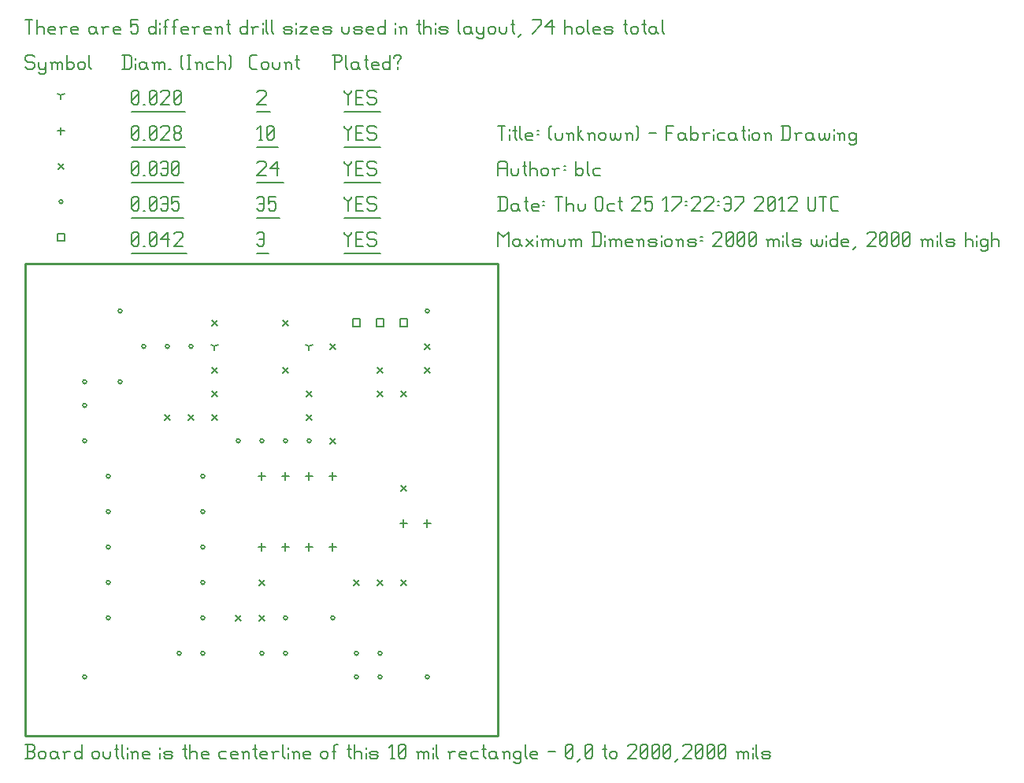
<source format=gbr>
G04 start of page 8 for group -3984 idx -3984 *
G04 Title: (unknown), fab *
G04 Creator: pcb 20100929 *
G04 CreationDate: Thu Oct 25 17:22:37 2012 UTC *
G04 For: blc *
G04 Format: Gerber/RS-274X *
G04 PCB-Dimensions: 200000 200000 *
G04 PCB-Coordinate-Origin: lower left *
%MOIN*%
%FSLAX25Y25*%
%LNFAB*%
%ADD24C,0.0100*%
%ADD30C,0.0080*%
%ADD31C,0.0060*%
G54D30*X138400Y176600D02*X141600D01*
X138400D02*Y173400D01*
X141600D01*
Y176600D02*Y173400D01*
X148400Y176600D02*X151600D01*
X148400D02*Y173400D01*
X151600D01*
Y176600D02*Y173400D01*
X158400Y176600D02*X161600D01*
X158400D02*Y173400D01*
X161600D01*
Y176600D02*Y173400D01*
X13400Y212850D02*X16600D01*
X13400D02*Y209650D01*
X16600D01*
Y212850D02*Y209650D01*
G54D31*X135000Y213500D02*Y212750D01*
X136500Y211250D01*
X138000Y212750D01*
Y213500D02*Y212750D01*
X136500Y211250D02*Y207500D01*
X139801Y210500D02*X142051D01*
X139801Y207500D02*X142801D01*
X139801Y213500D02*Y207500D01*
Y213500D02*X142801D01*
X147603D02*X148353Y212750D01*
X145353Y213500D02*X147603D01*
X144603Y212750D02*X145353Y213500D01*
X144603Y212750D02*Y211250D01*
X145353Y210500D01*
X147603D01*
X148353Y209750D01*
Y208250D01*
X147603Y207500D02*X148353Y208250D01*
X145353Y207500D02*X147603D01*
X144603Y208250D02*X145353Y207500D01*
X135000Y204249D02*X150154D01*
X98000Y212750D02*X98750Y213500D01*
X100250D01*
X101000Y212750D01*
Y208250D01*
X100250Y207500D02*X101000Y208250D01*
X98750Y207500D02*X100250D01*
X98000Y208250D02*X98750Y207500D01*
Y210500D02*X101000D01*
X98000Y204249D02*X102801D01*
X45000Y208250D02*X45750Y207500D01*
X45000Y212750D02*Y208250D01*
Y212750D02*X45750Y213500D01*
X47250D01*
X48000Y212750D01*
Y208250D01*
X47250Y207500D02*X48000Y208250D01*
X45750Y207500D02*X47250D01*
X45000Y209000D02*X48000Y212000D01*
X49801Y207500D02*X50551D01*
X52353Y208250D02*X53103Y207500D01*
X52353Y212750D02*Y208250D01*
Y212750D02*X53103Y213500D01*
X54603D01*
X55353Y212750D01*
Y208250D01*
X54603Y207500D02*X55353Y208250D01*
X53103Y207500D02*X54603D01*
X52353Y209000D02*X55353Y212000D01*
X57154Y210500D02*X60154Y213500D01*
X57154Y210500D02*X60904D01*
X60154Y213500D02*Y207500D01*
X62706Y212750D02*X63456Y213500D01*
X65706D01*
X66456Y212750D01*
Y211250D01*
X62706Y207500D02*X66456Y211250D01*
X62706Y207500D02*X66456D01*
X45000Y204249D02*X68257D01*
X74200Y110000D02*G75*G03X75800Y110000I800J0D01*G01*
G75*G03X74200Y110000I-800J0D01*G01*
Y95000D02*G75*G03X75800Y95000I800J0D01*G01*
G75*G03X74200Y95000I-800J0D01*G01*
Y80000D02*G75*G03X75800Y80000I800J0D01*G01*
G75*G03X74200Y80000I-800J0D01*G01*
Y65000D02*G75*G03X75800Y65000I800J0D01*G01*
G75*G03X74200Y65000I-800J0D01*G01*
Y50000D02*G75*G03X75800Y50000I800J0D01*G01*
G75*G03X74200Y50000I-800J0D01*G01*
X34200Y110000D02*G75*G03X35800Y110000I800J0D01*G01*
G75*G03X34200Y110000I-800J0D01*G01*
Y95000D02*G75*G03X35800Y95000I800J0D01*G01*
G75*G03X34200Y95000I-800J0D01*G01*
Y80000D02*G75*G03X35800Y80000I800J0D01*G01*
G75*G03X34200Y80000I-800J0D01*G01*
Y65000D02*G75*G03X35800Y65000I800J0D01*G01*
G75*G03X34200Y65000I-800J0D01*G01*
Y50000D02*G75*G03X35800Y50000I800J0D01*G01*
G75*G03X34200Y50000I-800J0D01*G01*
X139200Y35000D02*G75*G03X140800Y35000I800J0D01*G01*
G75*G03X139200Y35000I-800J0D01*G01*
Y25000D02*G75*G03X140800Y25000I800J0D01*G01*
G75*G03X139200Y25000I-800J0D01*G01*
X74200Y35000D02*G75*G03X75800Y35000I800J0D01*G01*
G75*G03X74200Y35000I-800J0D01*G01*
X64200D02*G75*G03X65800Y35000I800J0D01*G01*
G75*G03X64200Y35000I-800J0D01*G01*
X119200Y125000D02*G75*G03X120800Y125000I800J0D01*G01*
G75*G03X119200Y125000I-800J0D01*G01*
X109200D02*G75*G03X110800Y125000I800J0D01*G01*
G75*G03X109200Y125000I-800J0D01*G01*
X89200D02*G75*G03X90800Y125000I800J0D01*G01*
G75*G03X89200Y125000I-800J0D01*G01*
X99200D02*G75*G03X100800Y125000I800J0D01*G01*
G75*G03X99200Y125000I-800J0D01*G01*
X149200Y25000D02*G75*G03X150800Y25000I800J0D01*G01*
G75*G03X149200Y25000I-800J0D01*G01*
Y35000D02*G75*G03X150800Y35000I800J0D01*G01*
G75*G03X149200Y35000I-800J0D01*G01*
X109200D02*G75*G03X110800Y35000I800J0D01*G01*
G75*G03X109200Y35000I-800J0D01*G01*
X99200D02*G75*G03X100800Y35000I800J0D01*G01*
G75*G03X99200Y35000I-800J0D01*G01*
X59200Y165000D02*G75*G03X60800Y165000I800J0D01*G01*
G75*G03X59200Y165000I-800J0D01*G01*
X69200D02*G75*G03X70800Y165000I800J0D01*G01*
G75*G03X69200Y165000I-800J0D01*G01*
X109200Y50000D02*G75*G03X110800Y50000I800J0D01*G01*
G75*G03X109200Y50000I-800J0D01*G01*
X129200D02*G75*G03X130800Y50000I800J0D01*G01*
G75*G03X129200Y50000I-800J0D01*G01*
X39200Y150000D02*G75*G03X40800Y150000I800J0D01*G01*
G75*G03X39200Y150000I-800J0D01*G01*
Y180000D02*G75*G03X40800Y180000I800J0D01*G01*
G75*G03X39200Y180000I-800J0D01*G01*
X49200Y165000D02*G75*G03X50800Y165000I800J0D01*G01*
G75*G03X49200Y165000I-800J0D01*G01*
X24200Y25000D02*G75*G03X25800Y25000I800J0D01*G01*
G75*G03X24200Y25000I-800J0D01*G01*
Y140000D02*G75*G03X25800Y140000I800J0D01*G01*
G75*G03X24200Y140000I-800J0D01*G01*
X169200Y180000D02*G75*G03X170800Y180000I800J0D01*G01*
G75*G03X169200Y180000I-800J0D01*G01*
X24200Y125000D02*G75*G03X25800Y125000I800J0D01*G01*
G75*G03X24200Y125000I-800J0D01*G01*
Y150000D02*G75*G03X25800Y150000I800J0D01*G01*
G75*G03X24200Y150000I-800J0D01*G01*
X169200Y25000D02*G75*G03X170800Y25000I800J0D01*G01*
G75*G03X169200Y25000I-800J0D01*G01*
X14200Y226250D02*G75*G03X15800Y226250I800J0D01*G01*
G75*G03X14200Y226250I-800J0D01*G01*
X135000Y228500D02*Y227750D01*
X136500Y226250D01*
X138000Y227750D01*
Y228500D02*Y227750D01*
X136500Y226250D02*Y222500D01*
X139801Y225500D02*X142051D01*
X139801Y222500D02*X142801D01*
X139801Y228500D02*Y222500D01*
Y228500D02*X142801D01*
X147603D02*X148353Y227750D01*
X145353Y228500D02*X147603D01*
X144603Y227750D02*X145353Y228500D01*
X144603Y227750D02*Y226250D01*
X145353Y225500D01*
X147603D01*
X148353Y224750D01*
Y223250D01*
X147603Y222500D02*X148353Y223250D01*
X145353Y222500D02*X147603D01*
X144603Y223250D02*X145353Y222500D01*
X135000Y219249D02*X150154D01*
X98000Y227750D02*X98750Y228500D01*
X100250D01*
X101000Y227750D01*
Y223250D01*
X100250Y222500D02*X101000Y223250D01*
X98750Y222500D02*X100250D01*
X98000Y223250D02*X98750Y222500D01*
Y225500D02*X101000D01*
X102801Y228500D02*X105801D01*
X102801D02*Y225500D01*
X103551Y226250D01*
X105051D01*
X105801Y225500D01*
Y223250D01*
X105051Y222500D02*X105801Y223250D01*
X103551Y222500D02*X105051D01*
X102801Y223250D02*X103551Y222500D01*
X98000Y219249D02*X107603D01*
X45000Y223250D02*X45750Y222500D01*
X45000Y227750D02*Y223250D01*
Y227750D02*X45750Y228500D01*
X47250D01*
X48000Y227750D01*
Y223250D01*
X47250Y222500D02*X48000Y223250D01*
X45750Y222500D02*X47250D01*
X45000Y224000D02*X48000Y227000D01*
X49801Y222500D02*X50551D01*
X52353Y223250D02*X53103Y222500D01*
X52353Y227750D02*Y223250D01*
Y227750D02*X53103Y228500D01*
X54603D01*
X55353Y227750D01*
Y223250D01*
X54603Y222500D02*X55353Y223250D01*
X53103Y222500D02*X54603D01*
X52353Y224000D02*X55353Y227000D01*
X57154Y227750D02*X57904Y228500D01*
X59404D01*
X60154Y227750D01*
Y223250D01*
X59404Y222500D02*X60154Y223250D01*
X57904Y222500D02*X59404D01*
X57154Y223250D02*X57904Y222500D01*
Y225500D02*X60154D01*
X61956Y228500D02*X64956D01*
X61956D02*Y225500D01*
X62706Y226250D01*
X64206D01*
X64956Y225500D01*
Y223250D01*
X64206Y222500D02*X64956Y223250D01*
X62706Y222500D02*X64206D01*
X61956Y223250D02*X62706Y222500D01*
X45000Y219249D02*X66757D01*
X88800Y51200D02*X91200Y48800D01*
X88800D02*X91200Y51200D01*
X98800D02*X101200Y48800D01*
X98800D02*X101200Y51200D01*
X158800Y66200D02*X161200Y63800D01*
X158800D02*X161200Y66200D01*
X148800D02*X151200Y63800D01*
X148800D02*X151200Y66200D01*
X168800Y156200D02*X171200Y153800D01*
X168800D02*X171200Y156200D01*
X168800Y166200D02*X171200Y163800D01*
X168800D02*X171200Y166200D01*
X78800Y176200D02*X81200Y173800D01*
X78800D02*X81200Y176200D01*
X108800D02*X111200Y173800D01*
X108800D02*X111200Y176200D01*
X78800Y156200D02*X81200Y153800D01*
X78800D02*X81200Y156200D01*
X108800D02*X111200Y153800D01*
X108800D02*X111200Y156200D01*
X58800Y136200D02*X61200Y133800D01*
X58800D02*X61200Y136200D01*
X68800D02*X71200Y133800D01*
X68800D02*X71200Y136200D01*
X128800Y166200D02*X131200Y163800D01*
X128800D02*X131200Y166200D01*
X128800Y126200D02*X131200Y123800D01*
X128800D02*X131200Y126200D01*
X148800Y156200D02*X151200Y153800D01*
X148800D02*X151200Y156200D01*
X148800Y146200D02*X151200Y143800D01*
X148800D02*X151200Y146200D01*
X98800Y66200D02*X101200Y63800D01*
X98800D02*X101200Y66200D01*
X138800D02*X141200Y63800D01*
X138800D02*X141200Y66200D01*
X158800Y146200D02*X161200Y143800D01*
X158800D02*X161200Y146200D01*
X158800Y106200D02*X161200Y103800D01*
X158800D02*X161200Y106200D01*
X118800Y146200D02*X121200Y143800D01*
X118800D02*X121200Y146200D01*
X78800D02*X81200Y143800D01*
X78800D02*X81200Y146200D01*
X118800Y136200D02*X121200Y133800D01*
X118800D02*X121200Y136200D01*
X78800D02*X81200Y133800D01*
X78800D02*X81200Y136200D01*
X13800Y242450D02*X16200Y240050D01*
X13800D02*X16200Y242450D01*
X135000Y243500D02*Y242750D01*
X136500Y241250D01*
X138000Y242750D01*
Y243500D02*Y242750D01*
X136500Y241250D02*Y237500D01*
X139801Y240500D02*X142051D01*
X139801Y237500D02*X142801D01*
X139801Y243500D02*Y237500D01*
Y243500D02*X142801D01*
X147603D02*X148353Y242750D01*
X145353Y243500D02*X147603D01*
X144603Y242750D02*X145353Y243500D01*
X144603Y242750D02*Y241250D01*
X145353Y240500D01*
X147603D01*
X148353Y239750D01*
Y238250D01*
X147603Y237500D02*X148353Y238250D01*
X145353Y237500D02*X147603D01*
X144603Y238250D02*X145353Y237500D01*
X135000Y234249D02*X150154D01*
X98000Y242750D02*X98750Y243500D01*
X101000D01*
X101750Y242750D01*
Y241250D01*
X98000Y237500D02*X101750Y241250D01*
X98000Y237500D02*X101750D01*
X103551Y240500D02*X106551Y243500D01*
X103551Y240500D02*X107301D01*
X106551Y243500D02*Y237500D01*
X98000Y234249D02*X109103D01*
X45000Y238250D02*X45750Y237500D01*
X45000Y242750D02*Y238250D01*
Y242750D02*X45750Y243500D01*
X47250D01*
X48000Y242750D01*
Y238250D01*
X47250Y237500D02*X48000Y238250D01*
X45750Y237500D02*X47250D01*
X45000Y239000D02*X48000Y242000D01*
X49801Y237500D02*X50551D01*
X52353Y238250D02*X53103Y237500D01*
X52353Y242750D02*Y238250D01*
Y242750D02*X53103Y243500D01*
X54603D01*
X55353Y242750D01*
Y238250D01*
X54603Y237500D02*X55353Y238250D01*
X53103Y237500D02*X54603D01*
X52353Y239000D02*X55353Y242000D01*
X57154Y242750D02*X57904Y243500D01*
X59404D01*
X60154Y242750D01*
Y238250D01*
X59404Y237500D02*X60154Y238250D01*
X57904Y237500D02*X59404D01*
X57154Y238250D02*X57904Y237500D01*
Y240500D02*X60154D01*
X61956Y238250D02*X62706Y237500D01*
X61956Y242750D02*Y238250D01*
Y242750D02*X62706Y243500D01*
X64206D01*
X64956Y242750D01*
Y238250D01*
X64206Y237500D02*X64956Y238250D01*
X62706Y237500D02*X64206D01*
X61956Y239000D02*X64956Y242000D01*
X45000Y234249D02*X66757D01*
X160000Y91600D02*Y88400D01*
X158400Y90000D02*X161600D01*
X170000Y91600D02*Y88400D01*
X168400Y90000D02*X171600D01*
X100000Y81600D02*Y78400D01*
X98400Y80000D02*X101600D01*
X110000Y81600D02*Y78400D01*
X108400Y80000D02*X111600D01*
X120000Y81600D02*Y78400D01*
X118400Y80000D02*X121600D01*
X130000Y81600D02*Y78400D01*
X128400Y80000D02*X131600D01*
X130000Y111600D02*Y108400D01*
X128400Y110000D02*X131600D01*
X120000Y111600D02*Y108400D01*
X118400Y110000D02*X121600D01*
X110000Y111600D02*Y108400D01*
X108400Y110000D02*X111600D01*
X100000Y111600D02*Y108400D01*
X98400Y110000D02*X101600D01*
X15000Y257850D02*Y254650D01*
X13400Y256250D02*X16600D01*
X135000Y258500D02*Y257750D01*
X136500Y256250D01*
X138000Y257750D01*
Y258500D02*Y257750D01*
X136500Y256250D02*Y252500D01*
X139801Y255500D02*X142051D01*
X139801Y252500D02*X142801D01*
X139801Y258500D02*Y252500D01*
Y258500D02*X142801D01*
X147603D02*X148353Y257750D01*
X145353Y258500D02*X147603D01*
X144603Y257750D02*X145353Y258500D01*
X144603Y257750D02*Y256250D01*
X145353Y255500D01*
X147603D01*
X148353Y254750D01*
Y253250D01*
X147603Y252500D02*X148353Y253250D01*
X145353Y252500D02*X147603D01*
X144603Y253250D02*X145353Y252500D01*
X135000Y249249D02*X150154D01*
X98750Y252500D02*X100250D01*
X99500Y258500D02*Y252500D01*
X98000Y257000D02*X99500Y258500D01*
X102051Y253250D02*X102801Y252500D01*
X102051Y257750D02*Y253250D01*
Y257750D02*X102801Y258500D01*
X104301D01*
X105051Y257750D01*
Y253250D01*
X104301Y252500D02*X105051Y253250D01*
X102801Y252500D02*X104301D01*
X102051Y254000D02*X105051Y257000D01*
X98000Y249249D02*X106853D01*
X45000Y253250D02*X45750Y252500D01*
X45000Y257750D02*Y253250D01*
Y257750D02*X45750Y258500D01*
X47250D01*
X48000Y257750D01*
Y253250D01*
X47250Y252500D02*X48000Y253250D01*
X45750Y252500D02*X47250D01*
X45000Y254000D02*X48000Y257000D01*
X49801Y252500D02*X50551D01*
X52353Y253250D02*X53103Y252500D01*
X52353Y257750D02*Y253250D01*
Y257750D02*X53103Y258500D01*
X54603D01*
X55353Y257750D01*
Y253250D01*
X54603Y252500D02*X55353Y253250D01*
X53103Y252500D02*X54603D01*
X52353Y254000D02*X55353Y257000D01*
X57154Y257750D02*X57904Y258500D01*
X60154D01*
X60904Y257750D01*
Y256250D01*
X57154Y252500D02*X60904Y256250D01*
X57154Y252500D02*X60904D01*
X62706Y253250D02*X63456Y252500D01*
X62706Y254750D02*Y253250D01*
Y254750D02*X63456Y255500D01*
X64956D01*
X65706Y254750D01*
Y253250D01*
X64956Y252500D02*X65706Y253250D01*
X63456Y252500D02*X64956D01*
X62706Y256250D02*X63456Y255500D01*
X62706Y257750D02*Y256250D01*
Y257750D02*X63456Y258500D01*
X64956D01*
X65706Y257750D01*
Y256250D01*
X64956Y255500D02*X65706Y256250D01*
X45000Y249249D02*X67507D01*
X80000Y165000D02*Y163400D01*
Y165000D02*X81386Y165800D01*
X80000Y165000D02*X78614Y165800D01*
X120000Y165000D02*Y163400D01*
Y165000D02*X121386Y165800D01*
X120000Y165000D02*X118614Y165800D01*
X15000Y271250D02*Y269650D01*
Y271250D02*X16386Y272050D01*
X15000Y271250D02*X13614Y272050D01*
X135000Y273500D02*Y272750D01*
X136500Y271250D01*
X138000Y272750D01*
Y273500D02*Y272750D01*
X136500Y271250D02*Y267500D01*
X139801Y270500D02*X142051D01*
X139801Y267500D02*X142801D01*
X139801Y273500D02*Y267500D01*
Y273500D02*X142801D01*
X147603D02*X148353Y272750D01*
X145353Y273500D02*X147603D01*
X144603Y272750D02*X145353Y273500D01*
X144603Y272750D02*Y271250D01*
X145353Y270500D01*
X147603D01*
X148353Y269750D01*
Y268250D01*
X147603Y267500D02*X148353Y268250D01*
X145353Y267500D02*X147603D01*
X144603Y268250D02*X145353Y267500D01*
X135000Y264249D02*X150154D01*
X98000Y272750D02*X98750Y273500D01*
X101000D01*
X101750Y272750D01*
Y271250D01*
X98000Y267500D02*X101750Y271250D01*
X98000Y267500D02*X101750D01*
X98000Y264249D02*X103551D01*
X45000Y268250D02*X45750Y267500D01*
X45000Y272750D02*Y268250D01*
Y272750D02*X45750Y273500D01*
X47250D01*
X48000Y272750D01*
Y268250D01*
X47250Y267500D02*X48000Y268250D01*
X45750Y267500D02*X47250D01*
X45000Y269000D02*X48000Y272000D01*
X49801Y267500D02*X50551D01*
X52353Y268250D02*X53103Y267500D01*
X52353Y272750D02*Y268250D01*
Y272750D02*X53103Y273500D01*
X54603D01*
X55353Y272750D01*
Y268250D01*
X54603Y267500D02*X55353Y268250D01*
X53103Y267500D02*X54603D01*
X52353Y269000D02*X55353Y272000D01*
X57154Y272750D02*X57904Y273500D01*
X60154D01*
X60904Y272750D01*
Y271250D01*
X57154Y267500D02*X60904Y271250D01*
X57154Y267500D02*X60904D01*
X62706Y268250D02*X63456Y267500D01*
X62706Y272750D02*Y268250D01*
Y272750D02*X63456Y273500D01*
X64956D01*
X65706Y272750D01*
Y268250D01*
X64956Y267500D02*X65706Y268250D01*
X63456Y267500D02*X64956D01*
X62706Y269000D02*X65706Y272000D01*
X45000Y264249D02*X67507D01*
X3000Y288500D02*X3750Y287750D01*
X750Y288500D02*X3000D01*
X0Y287750D02*X750Y288500D01*
X0Y287750D02*Y286250D01*
X750Y285500D01*
X3000D01*
X3750Y284750D01*
Y283250D01*
X3000Y282500D02*X3750Y283250D01*
X750Y282500D02*X3000D01*
X0Y283250D02*X750Y282500D01*
X5551Y285500D02*Y283250D01*
X6301Y282500D01*
X8551Y285500D02*Y281000D01*
X7801Y280250D02*X8551Y281000D01*
X6301Y280250D02*X7801D01*
X5551Y281000D02*X6301Y280250D01*
Y282500D02*X7801D01*
X8551Y283250D01*
X11103Y284750D02*Y282500D01*
Y284750D02*X11853Y285500D01*
X12603D01*
X13353Y284750D01*
Y282500D01*
Y284750D02*X14103Y285500D01*
X14853D01*
X15603Y284750D01*
Y282500D01*
X10353Y285500D02*X11103Y284750D01*
X17404Y288500D02*Y282500D01*
Y283250D02*X18154Y282500D01*
X19654D01*
X20404Y283250D01*
Y284750D02*Y283250D01*
X19654Y285500D02*X20404Y284750D01*
X18154Y285500D02*X19654D01*
X17404Y284750D02*X18154Y285500D01*
X22206Y284750D02*Y283250D01*
Y284750D02*X22956Y285500D01*
X24456D01*
X25206Y284750D01*
Y283250D01*
X24456Y282500D02*X25206Y283250D01*
X22956Y282500D02*X24456D01*
X22206Y283250D02*X22956Y282500D01*
X27007Y288500D02*Y283250D01*
X27757Y282500D01*
X41750Y288500D02*Y282500D01*
X44000Y288500D02*X44750Y287750D01*
Y283250D01*
X44000Y282500D02*X44750Y283250D01*
X41000Y282500D02*X44000D01*
X41000Y288500D02*X44000D01*
X46551Y287000D02*Y286250D01*
Y284750D02*Y282500D01*
X50303Y285500D02*X51053Y284750D01*
X48803Y285500D02*X50303D01*
X48053Y284750D02*X48803Y285500D01*
X48053Y284750D02*Y283250D01*
X48803Y282500D01*
X51053Y285500D02*Y283250D01*
X51803Y282500D01*
X48803D02*X50303D01*
X51053Y283250D01*
X54354Y284750D02*Y282500D01*
Y284750D02*X55104Y285500D01*
X55854D01*
X56604Y284750D01*
Y282500D01*
Y284750D02*X57354Y285500D01*
X58104D01*
X58854Y284750D01*
Y282500D01*
X53604Y285500D02*X54354Y284750D01*
X60656Y282500D02*X61406D01*
X65907Y283250D02*X66657Y282500D01*
X65907Y287750D02*X66657Y288500D01*
X65907Y287750D02*Y283250D01*
X68459Y288500D02*X69959D01*
X69209D02*Y282500D01*
X68459D02*X69959D01*
X72510Y284750D02*Y282500D01*
Y284750D02*X73260Y285500D01*
X74010D01*
X74760Y284750D01*
Y282500D01*
X71760Y285500D02*X72510Y284750D01*
X77312Y285500D02*X79562D01*
X76562Y284750D02*X77312Y285500D01*
X76562Y284750D02*Y283250D01*
X77312Y282500D01*
X79562D01*
X81363Y288500D02*Y282500D01*
Y284750D02*X82113Y285500D01*
X83613D01*
X84363Y284750D01*
Y282500D01*
X86165Y288500D02*X86915Y287750D01*
Y283250D01*
X86165Y282500D02*X86915Y283250D01*
X95750Y282500D02*X98000D01*
X95000Y283250D02*X95750Y282500D01*
X95000Y287750D02*Y283250D01*
Y287750D02*X95750Y288500D01*
X98000D01*
X99801Y284750D02*Y283250D01*
Y284750D02*X100551Y285500D01*
X102051D01*
X102801Y284750D01*
Y283250D01*
X102051Y282500D02*X102801Y283250D01*
X100551Y282500D02*X102051D01*
X99801Y283250D02*X100551Y282500D01*
X104603Y285500D02*Y283250D01*
X105353Y282500D01*
X106853D01*
X107603Y283250D01*
Y285500D02*Y283250D01*
X110154Y284750D02*Y282500D01*
Y284750D02*X110904Y285500D01*
X111654D01*
X112404Y284750D01*
Y282500D01*
X109404Y285500D02*X110154Y284750D01*
X114956Y288500D02*Y283250D01*
X115706Y282500D01*
X114206Y286250D02*X115706D01*
X130750Y288500D02*Y282500D01*
X130000Y288500D02*X133000D01*
X133750Y287750D01*
Y286250D01*
X133000Y285500D02*X133750Y286250D01*
X130750Y285500D02*X133000D01*
X135551Y288500D02*Y283250D01*
X136301Y282500D01*
X140053Y285500D02*X140803Y284750D01*
X138553Y285500D02*X140053D01*
X137803Y284750D02*X138553Y285500D01*
X137803Y284750D02*Y283250D01*
X138553Y282500D01*
X140803Y285500D02*Y283250D01*
X141553Y282500D01*
X138553D02*X140053D01*
X140803Y283250D01*
X144104Y288500D02*Y283250D01*
X144854Y282500D01*
X143354Y286250D02*X144854D01*
X147106Y282500D02*X149356D01*
X146356Y283250D02*X147106Y282500D01*
X146356Y284750D02*Y283250D01*
Y284750D02*X147106Y285500D01*
X148606D01*
X149356Y284750D01*
X146356Y284000D02*X149356D01*
Y284750D02*Y284000D01*
X154157Y288500D02*Y282500D01*
X153407D02*X154157Y283250D01*
X151907Y282500D02*X153407D01*
X151157Y283250D02*X151907Y282500D01*
X151157Y284750D02*Y283250D01*
Y284750D02*X151907Y285500D01*
X153407D01*
X154157Y284750D01*
X157459Y285500D02*Y284750D01*
Y283250D02*Y282500D01*
X155959Y287750D02*Y287000D01*
Y287750D02*X156709Y288500D01*
X158209D01*
X158959Y287750D01*
Y287000D01*
X157459Y285500D02*X158959Y287000D01*
X0Y303500D02*X3000D01*
X1500D02*Y297500D01*
X4801Y303500D02*Y297500D01*
Y299750D02*X5551Y300500D01*
X7051D01*
X7801Y299750D01*
Y297500D01*
X10353D02*X12603D01*
X9603Y298250D02*X10353Y297500D01*
X9603Y299750D02*Y298250D01*
Y299750D02*X10353Y300500D01*
X11853D01*
X12603Y299750D01*
X9603Y299000D02*X12603D01*
Y299750D02*Y299000D01*
X15154Y299750D02*Y297500D01*
Y299750D02*X15904Y300500D01*
X17404D01*
X14404D02*X15154Y299750D01*
X19956Y297500D02*X22206D01*
X19206Y298250D02*X19956Y297500D01*
X19206Y299750D02*Y298250D01*
Y299750D02*X19956Y300500D01*
X21456D01*
X22206Y299750D01*
X19206Y299000D02*X22206D01*
Y299750D02*Y299000D01*
X28957Y300500D02*X29707Y299750D01*
X27457Y300500D02*X28957D01*
X26707Y299750D02*X27457Y300500D01*
X26707Y299750D02*Y298250D01*
X27457Y297500D01*
X29707Y300500D02*Y298250D01*
X30457Y297500D01*
X27457D02*X28957D01*
X29707Y298250D01*
X33009Y299750D02*Y297500D01*
Y299750D02*X33759Y300500D01*
X35259D01*
X32259D02*X33009Y299750D01*
X37810Y297500D02*X40060D01*
X37060Y298250D02*X37810Y297500D01*
X37060Y299750D02*Y298250D01*
Y299750D02*X37810Y300500D01*
X39310D01*
X40060Y299750D01*
X37060Y299000D02*X40060D01*
Y299750D02*Y299000D01*
X44562Y303500D02*X47562D01*
X44562D02*Y300500D01*
X45312Y301250D01*
X46812D01*
X47562Y300500D01*
Y298250D01*
X46812Y297500D02*X47562Y298250D01*
X45312Y297500D02*X46812D01*
X44562Y298250D02*X45312Y297500D01*
X55063Y303500D02*Y297500D01*
X54313D02*X55063Y298250D01*
X52813Y297500D02*X54313D01*
X52063Y298250D02*X52813Y297500D01*
X52063Y299750D02*Y298250D01*
Y299750D02*X52813Y300500D01*
X54313D01*
X55063Y299750D01*
X56865Y302000D02*Y301250D01*
Y299750D02*Y297500D01*
X59116Y302750D02*Y297500D01*
Y302750D02*X59866Y303500D01*
X60616D01*
X58366Y300500D02*X59866D01*
X62868Y302750D02*Y297500D01*
Y302750D02*X63618Y303500D01*
X64368D01*
X62118Y300500D02*X63618D01*
X66619Y297500D02*X68869D01*
X65869Y298250D02*X66619Y297500D01*
X65869Y299750D02*Y298250D01*
Y299750D02*X66619Y300500D01*
X68119D01*
X68869Y299750D01*
X65869Y299000D02*X68869D01*
Y299750D02*Y299000D01*
X71421Y299750D02*Y297500D01*
Y299750D02*X72171Y300500D01*
X73671D01*
X70671D02*X71421Y299750D01*
X76222Y297500D02*X78472D01*
X75472Y298250D02*X76222Y297500D01*
X75472Y299750D02*Y298250D01*
Y299750D02*X76222Y300500D01*
X77722D01*
X78472Y299750D01*
X75472Y299000D02*X78472D01*
Y299750D02*Y299000D01*
X81024Y299750D02*Y297500D01*
Y299750D02*X81774Y300500D01*
X82524D01*
X83274Y299750D01*
Y297500D01*
X80274Y300500D02*X81024Y299750D01*
X85825Y303500D02*Y298250D01*
X86575Y297500D01*
X85075Y301250D02*X86575D01*
X93777Y303500D02*Y297500D01*
X93027D02*X93777Y298250D01*
X91527Y297500D02*X93027D01*
X90777Y298250D02*X91527Y297500D01*
X90777Y299750D02*Y298250D01*
Y299750D02*X91527Y300500D01*
X93027D01*
X93777Y299750D01*
X96328D02*Y297500D01*
Y299750D02*X97078Y300500D01*
X98578D01*
X95578D02*X96328Y299750D01*
X100380Y302000D02*Y301250D01*
Y299750D02*Y297500D01*
X101881Y303500D02*Y298250D01*
X102631Y297500D01*
X104133Y303500D02*Y298250D01*
X104883Y297500D01*
X109834D02*X112084D01*
X112834Y298250D01*
X112084Y299000D02*X112834Y298250D01*
X109834Y299000D02*X112084D01*
X109084Y299750D02*X109834Y299000D01*
X109084Y299750D02*X109834Y300500D01*
X112084D01*
X112834Y299750D01*
X109084Y298250D02*X109834Y297500D01*
X114636Y302000D02*Y301250D01*
Y299750D02*Y297500D01*
X116137Y300500D02*X119137D01*
X116137Y297500D02*X119137Y300500D01*
X116137Y297500D02*X119137D01*
X121689D02*X123939D01*
X120939Y298250D02*X121689Y297500D01*
X120939Y299750D02*Y298250D01*
Y299750D02*X121689Y300500D01*
X123189D01*
X123939Y299750D01*
X120939Y299000D02*X123939D01*
Y299750D02*Y299000D01*
X126490Y297500D02*X128740D01*
X129490Y298250D01*
X128740Y299000D02*X129490Y298250D01*
X126490Y299000D02*X128740D01*
X125740Y299750D02*X126490Y299000D01*
X125740Y299750D02*X126490Y300500D01*
X128740D01*
X129490Y299750D01*
X125740Y298250D02*X126490Y297500D01*
X133992Y300500D02*Y298250D01*
X134742Y297500D01*
X136242D01*
X136992Y298250D01*
Y300500D02*Y298250D01*
X139543Y297500D02*X141793D01*
X142543Y298250D01*
X141793Y299000D02*X142543Y298250D01*
X139543Y299000D02*X141793D01*
X138793Y299750D02*X139543Y299000D01*
X138793Y299750D02*X139543Y300500D01*
X141793D01*
X142543Y299750D01*
X138793Y298250D02*X139543Y297500D01*
X145095D02*X147345D01*
X144345Y298250D02*X145095Y297500D01*
X144345Y299750D02*Y298250D01*
Y299750D02*X145095Y300500D01*
X146595D01*
X147345Y299750D01*
X144345Y299000D02*X147345D01*
Y299750D02*Y299000D01*
X152146Y303500D02*Y297500D01*
X151396D02*X152146Y298250D01*
X149896Y297500D02*X151396D01*
X149146Y298250D02*X149896Y297500D01*
X149146Y299750D02*Y298250D01*
Y299750D02*X149896Y300500D01*
X151396D01*
X152146Y299750D01*
X156648Y302000D02*Y301250D01*
Y299750D02*Y297500D01*
X158899Y299750D02*Y297500D01*
Y299750D02*X159649Y300500D01*
X160399D01*
X161149Y299750D01*
Y297500D01*
X158149Y300500D02*X158899Y299750D01*
X166401Y303500D02*Y298250D01*
X167151Y297500D01*
X165651Y301250D02*X167151D01*
X168652Y303500D02*Y297500D01*
Y299750D02*X169402Y300500D01*
X170902D01*
X171652Y299750D01*
Y297500D01*
X173454Y302000D02*Y301250D01*
Y299750D02*Y297500D01*
X175705D02*X177955D01*
X178705Y298250D01*
X177955Y299000D02*X178705Y298250D01*
X175705Y299000D02*X177955D01*
X174955Y299750D02*X175705Y299000D01*
X174955Y299750D02*X175705Y300500D01*
X177955D01*
X178705Y299750D01*
X174955Y298250D02*X175705Y297500D01*
X183207Y303500D02*Y298250D01*
X183957Y297500D01*
X187708Y300500D02*X188458Y299750D01*
X186208Y300500D02*X187708D01*
X185458Y299750D02*X186208Y300500D01*
X185458Y299750D02*Y298250D01*
X186208Y297500D01*
X188458Y300500D02*Y298250D01*
X189208Y297500D01*
X186208D02*X187708D01*
X188458Y298250D01*
X191010Y300500D02*Y298250D01*
X191760Y297500D01*
X194010Y300500D02*Y296000D01*
X193260Y295250D02*X194010Y296000D01*
X191760Y295250D02*X193260D01*
X191010Y296000D02*X191760Y295250D01*
Y297500D02*X193260D01*
X194010Y298250D01*
X195811Y299750D02*Y298250D01*
Y299750D02*X196561Y300500D01*
X198061D01*
X198811Y299750D01*
Y298250D01*
X198061Y297500D02*X198811Y298250D01*
X196561Y297500D02*X198061D01*
X195811Y298250D02*X196561Y297500D01*
X200613Y300500D02*Y298250D01*
X201363Y297500D01*
X202863D01*
X203613Y298250D01*
Y300500D02*Y298250D01*
X206164Y303500D02*Y298250D01*
X206914Y297500D01*
X205414Y301250D02*X206914D01*
X208416Y296000D02*X209916Y297500D01*
X214417D02*X218167Y301250D01*
Y303500D02*Y301250D01*
X214417Y303500D02*X218167D01*
X219969Y300500D02*X222969Y303500D01*
X219969Y300500D02*X223719D01*
X222969Y303500D02*Y297500D01*
X228220Y303500D02*Y297500D01*
Y299750D02*X228970Y300500D01*
X230470D01*
X231220Y299750D01*
Y297500D01*
X233022Y299750D02*Y298250D01*
Y299750D02*X233772Y300500D01*
X235272D01*
X236022Y299750D01*
Y298250D01*
X235272Y297500D02*X236022Y298250D01*
X233772Y297500D02*X235272D01*
X233022Y298250D02*X233772Y297500D01*
X237823Y303500D02*Y298250D01*
X238573Y297500D01*
X240825D02*X243075D01*
X240075Y298250D02*X240825Y297500D01*
X240075Y299750D02*Y298250D01*
Y299750D02*X240825Y300500D01*
X242325D01*
X243075Y299750D01*
X240075Y299000D02*X243075D01*
Y299750D02*Y299000D01*
X245626Y297500D02*X247876D01*
X248626Y298250D01*
X247876Y299000D02*X248626Y298250D01*
X245626Y299000D02*X247876D01*
X244876Y299750D02*X245626Y299000D01*
X244876Y299750D02*X245626Y300500D01*
X247876D01*
X248626Y299750D01*
X244876Y298250D02*X245626Y297500D01*
X253878Y303500D02*Y298250D01*
X254628Y297500D01*
X253128Y301250D02*X254628D01*
X256129Y299750D02*Y298250D01*
Y299750D02*X256879Y300500D01*
X258379D01*
X259129Y299750D01*
Y298250D01*
X258379Y297500D02*X259129Y298250D01*
X256879Y297500D02*X258379D01*
X256129Y298250D02*X256879Y297500D01*
X261681Y303500D02*Y298250D01*
X262431Y297500D01*
X260931Y301250D02*X262431D01*
X266182Y300500D02*X266932Y299750D01*
X264682Y300500D02*X266182D01*
X263932Y299750D02*X264682Y300500D01*
X263932Y299750D02*Y298250D01*
X264682Y297500D01*
X266932Y300500D02*Y298250D01*
X267682Y297500D01*
X264682D02*X266182D01*
X266932Y298250D01*
X269484Y303500D02*Y298250D01*
X270234Y297500D01*
G54D24*X0Y200000D02*X200000D01*
X0D02*Y0D01*
X200000Y200000D02*Y0D01*
X0D02*X200000D01*
G54D31*Y213500D02*Y207500D01*
Y213500D02*X202250Y211250D01*
X204500Y213500D01*
Y207500D01*
X208551Y210500D02*X209301Y209750D01*
X207051Y210500D02*X208551D01*
X206301Y209750D02*X207051Y210500D01*
X206301Y209750D02*Y208250D01*
X207051Y207500D01*
X209301Y210500D02*Y208250D01*
X210051Y207500D01*
X207051D02*X208551D01*
X209301Y208250D01*
X211853Y210500D02*X214853Y207500D01*
X211853D02*X214853Y210500D01*
X216654Y212000D02*Y211250D01*
Y209750D02*Y207500D01*
X218906Y209750D02*Y207500D01*
Y209750D02*X219656Y210500D01*
X220406D01*
X221156Y209750D01*
Y207500D01*
Y209750D02*X221906Y210500D01*
X222656D01*
X223406Y209750D01*
Y207500D01*
X218156Y210500D02*X218906Y209750D01*
X225207Y210500D02*Y208250D01*
X225957Y207500D01*
X227457D01*
X228207Y208250D01*
Y210500D02*Y208250D01*
X230759Y209750D02*Y207500D01*
Y209750D02*X231509Y210500D01*
X232259D01*
X233009Y209750D01*
Y207500D01*
Y209750D02*X233759Y210500D01*
X234509D01*
X235259Y209750D01*
Y207500D01*
X230009Y210500D02*X230759Y209750D01*
X240510Y213500D02*Y207500D01*
X242760Y213500D02*X243510Y212750D01*
Y208250D01*
X242760Y207500D02*X243510Y208250D01*
X239760Y207500D02*X242760D01*
X239760Y213500D02*X242760D01*
X245312Y212000D02*Y211250D01*
Y209750D02*Y207500D01*
X247563Y209750D02*Y207500D01*
Y209750D02*X248313Y210500D01*
X249063D01*
X249813Y209750D01*
Y207500D01*
Y209750D02*X250563Y210500D01*
X251313D01*
X252063Y209750D01*
Y207500D01*
X246813Y210500D02*X247563Y209750D01*
X254615Y207500D02*X256865D01*
X253865Y208250D02*X254615Y207500D01*
X253865Y209750D02*Y208250D01*
Y209750D02*X254615Y210500D01*
X256115D01*
X256865Y209750D01*
X253865Y209000D02*X256865D01*
Y209750D02*Y209000D01*
X259416Y209750D02*Y207500D01*
Y209750D02*X260166Y210500D01*
X260916D01*
X261666Y209750D01*
Y207500D01*
X258666Y210500D02*X259416Y209750D01*
X264218Y207500D02*X266468D01*
X267218Y208250D01*
X266468Y209000D02*X267218Y208250D01*
X264218Y209000D02*X266468D01*
X263468Y209750D02*X264218Y209000D01*
X263468Y209750D02*X264218Y210500D01*
X266468D01*
X267218Y209750D01*
X263468Y208250D02*X264218Y207500D01*
X269019Y212000D02*Y211250D01*
Y209750D02*Y207500D01*
X270521Y209750D02*Y208250D01*
Y209750D02*X271271Y210500D01*
X272771D01*
X273521Y209750D01*
Y208250D01*
X272771Y207500D02*X273521Y208250D01*
X271271Y207500D02*X272771D01*
X270521Y208250D02*X271271Y207500D01*
X276072Y209750D02*Y207500D01*
Y209750D02*X276822Y210500D01*
X277572D01*
X278322Y209750D01*
Y207500D01*
X275322Y210500D02*X276072Y209750D01*
X280874Y207500D02*X283124D01*
X283874Y208250D01*
X283124Y209000D02*X283874Y208250D01*
X280874Y209000D02*X283124D01*
X280124Y209750D02*X280874Y209000D01*
X280124Y209750D02*X280874Y210500D01*
X283124D01*
X283874Y209750D01*
X280124Y208250D02*X280874Y207500D01*
X285675Y211250D02*X286425D01*
X285675Y209750D02*X286425D01*
X290927Y212750D02*X291677Y213500D01*
X293927D01*
X294677Y212750D01*
Y211250D01*
X290927Y207500D02*X294677Y211250D01*
X290927Y207500D02*X294677D01*
X296478Y208250D02*X297228Y207500D01*
X296478Y212750D02*Y208250D01*
Y212750D02*X297228Y213500D01*
X298728D01*
X299478Y212750D01*
Y208250D01*
X298728Y207500D02*X299478Y208250D01*
X297228Y207500D02*X298728D01*
X296478Y209000D02*X299478Y212000D01*
X301280Y208250D02*X302030Y207500D01*
X301280Y212750D02*Y208250D01*
Y212750D02*X302030Y213500D01*
X303530D01*
X304280Y212750D01*
Y208250D01*
X303530Y207500D02*X304280Y208250D01*
X302030Y207500D02*X303530D01*
X301280Y209000D02*X304280Y212000D01*
X306081Y208250D02*X306831Y207500D01*
X306081Y212750D02*Y208250D01*
Y212750D02*X306831Y213500D01*
X308331D01*
X309081Y212750D01*
Y208250D01*
X308331Y207500D02*X309081Y208250D01*
X306831Y207500D02*X308331D01*
X306081Y209000D02*X309081Y212000D01*
X314333Y209750D02*Y207500D01*
Y209750D02*X315083Y210500D01*
X315833D01*
X316583Y209750D01*
Y207500D01*
Y209750D02*X317333Y210500D01*
X318083D01*
X318833Y209750D01*
Y207500D01*
X313583Y210500D02*X314333Y209750D01*
X320634Y212000D02*Y211250D01*
Y209750D02*Y207500D01*
X322136Y213500D02*Y208250D01*
X322886Y207500D01*
X325137D02*X327387D01*
X328137Y208250D01*
X327387Y209000D02*X328137Y208250D01*
X325137Y209000D02*X327387D01*
X324387Y209750D02*X325137Y209000D01*
X324387Y209750D02*X325137Y210500D01*
X327387D01*
X328137Y209750D01*
X324387Y208250D02*X325137Y207500D01*
X332639Y210500D02*Y208250D01*
X333389Y207500D01*
X334139D01*
X334889Y208250D01*
Y210500D02*Y208250D01*
X335639Y207500D01*
X336389D01*
X337139Y208250D01*
Y210500D02*Y208250D01*
X338940Y212000D02*Y211250D01*
Y209750D02*Y207500D01*
X343442Y213500D02*Y207500D01*
X342692D02*X343442Y208250D01*
X341192Y207500D02*X342692D01*
X340442Y208250D02*X341192Y207500D01*
X340442Y209750D02*Y208250D01*
Y209750D02*X341192Y210500D01*
X342692D01*
X343442Y209750D01*
X345993Y207500D02*X348243D01*
X345243Y208250D02*X345993Y207500D01*
X345243Y209750D02*Y208250D01*
Y209750D02*X345993Y210500D01*
X347493D01*
X348243Y209750D01*
X345243Y209000D02*X348243D01*
Y209750D02*Y209000D01*
X350045Y206000D02*X351545Y207500D01*
X356046Y212750D02*X356796Y213500D01*
X359046D01*
X359796Y212750D01*
Y211250D01*
X356046Y207500D02*X359796Y211250D01*
X356046Y207500D02*X359796D01*
X361598Y208250D02*X362348Y207500D01*
X361598Y212750D02*Y208250D01*
Y212750D02*X362348Y213500D01*
X363848D01*
X364598Y212750D01*
Y208250D01*
X363848Y207500D02*X364598Y208250D01*
X362348Y207500D02*X363848D01*
X361598Y209000D02*X364598Y212000D01*
X366399Y208250D02*X367149Y207500D01*
X366399Y212750D02*Y208250D01*
Y212750D02*X367149Y213500D01*
X368649D01*
X369399Y212750D01*
Y208250D01*
X368649Y207500D02*X369399Y208250D01*
X367149Y207500D02*X368649D01*
X366399Y209000D02*X369399Y212000D01*
X371201Y208250D02*X371951Y207500D01*
X371201Y212750D02*Y208250D01*
Y212750D02*X371951Y213500D01*
X373451D01*
X374201Y212750D01*
Y208250D01*
X373451Y207500D02*X374201Y208250D01*
X371951Y207500D02*X373451D01*
X371201Y209000D02*X374201Y212000D01*
X379452Y209750D02*Y207500D01*
Y209750D02*X380202Y210500D01*
X380952D01*
X381702Y209750D01*
Y207500D01*
Y209750D02*X382452Y210500D01*
X383202D01*
X383952Y209750D01*
Y207500D01*
X378702Y210500D02*X379452Y209750D01*
X385754Y212000D02*Y211250D01*
Y209750D02*Y207500D01*
X387255Y213500D02*Y208250D01*
X388005Y207500D01*
X390257D02*X392507D01*
X393257Y208250D01*
X392507Y209000D02*X393257Y208250D01*
X390257Y209000D02*X392507D01*
X389507Y209750D02*X390257Y209000D01*
X389507Y209750D02*X390257Y210500D01*
X392507D01*
X393257Y209750D01*
X389507Y208250D02*X390257Y207500D01*
X397758Y213500D02*Y207500D01*
Y209750D02*X398508Y210500D01*
X400008D01*
X400758Y209750D01*
Y207500D01*
X402560Y212000D02*Y211250D01*
Y209750D02*Y207500D01*
X406311Y210500D02*X407061Y209750D01*
X404811Y210500D02*X406311D01*
X404061Y209750D02*X404811Y210500D01*
X404061Y209750D02*Y208250D01*
X404811Y207500D01*
X406311D01*
X407061Y208250D01*
X404061Y206000D02*X404811Y205250D01*
X406311D01*
X407061Y206000D01*
Y210500D02*Y206000D01*
X408863Y213500D02*Y207500D01*
Y209750D02*X409613Y210500D01*
X411113D01*
X411863Y209750D01*
Y207500D01*
X0Y-9500D02*X3000D01*
X3750Y-8750D01*
Y-7250D02*Y-8750D01*
X3000Y-6500D02*X3750Y-7250D01*
X750Y-6500D02*X3000D01*
X750Y-3500D02*Y-9500D01*
X0Y-3500D02*X3000D01*
X3750Y-4250D01*
Y-5750D01*
X3000Y-6500D02*X3750Y-5750D01*
X5551Y-7250D02*Y-8750D01*
Y-7250D02*X6301Y-6500D01*
X7801D01*
X8551Y-7250D01*
Y-8750D01*
X7801Y-9500D02*X8551Y-8750D01*
X6301Y-9500D02*X7801D01*
X5551Y-8750D02*X6301Y-9500D01*
X12603Y-6500D02*X13353Y-7250D01*
X11103Y-6500D02*X12603D01*
X10353Y-7250D02*X11103Y-6500D01*
X10353Y-7250D02*Y-8750D01*
X11103Y-9500D01*
X13353Y-6500D02*Y-8750D01*
X14103Y-9500D01*
X11103D02*X12603D01*
X13353Y-8750D01*
X16654Y-7250D02*Y-9500D01*
Y-7250D02*X17404Y-6500D01*
X18904D01*
X15904D02*X16654Y-7250D01*
X23706Y-3500D02*Y-9500D01*
X22956D02*X23706Y-8750D01*
X21456Y-9500D02*X22956D01*
X20706Y-8750D02*X21456Y-9500D01*
X20706Y-7250D02*Y-8750D01*
Y-7250D02*X21456Y-6500D01*
X22956D01*
X23706Y-7250D01*
X28207D02*Y-8750D01*
Y-7250D02*X28957Y-6500D01*
X30457D01*
X31207Y-7250D01*
Y-8750D01*
X30457Y-9500D02*X31207Y-8750D01*
X28957Y-9500D02*X30457D01*
X28207Y-8750D02*X28957Y-9500D01*
X33009Y-6500D02*Y-8750D01*
X33759Y-9500D01*
X35259D01*
X36009Y-8750D01*
Y-6500D02*Y-8750D01*
X38560Y-3500D02*Y-8750D01*
X39310Y-9500D01*
X37810Y-5750D02*X39310D01*
X40812Y-3500D02*Y-8750D01*
X41562Y-9500D01*
X43063Y-5000D02*Y-5750D01*
Y-7250D02*Y-9500D01*
X45315Y-7250D02*Y-9500D01*
Y-7250D02*X46065Y-6500D01*
X46815D01*
X47565Y-7250D01*
Y-9500D01*
X44565Y-6500D02*X45315Y-7250D01*
X50116Y-9500D02*X52366D01*
X49366Y-8750D02*X50116Y-9500D01*
X49366Y-7250D02*Y-8750D01*
Y-7250D02*X50116Y-6500D01*
X51616D01*
X52366Y-7250D01*
X49366Y-8000D02*X52366D01*
Y-7250D02*Y-8000D01*
X56868Y-5000D02*Y-5750D01*
Y-7250D02*Y-9500D01*
X59119D02*X61369D01*
X62119Y-8750D01*
X61369Y-8000D02*X62119Y-8750D01*
X59119Y-8000D02*X61369D01*
X58369Y-7250D02*X59119Y-8000D01*
X58369Y-7250D02*X59119Y-6500D01*
X61369D01*
X62119Y-7250D01*
X58369Y-8750D02*X59119Y-9500D01*
X67371Y-3500D02*Y-8750D01*
X68121Y-9500D01*
X66621Y-5750D02*X68121D01*
X69622Y-3500D02*Y-9500D01*
Y-7250D02*X70372Y-6500D01*
X71872D01*
X72622Y-7250D01*
Y-9500D01*
X75174D02*X77424D01*
X74424Y-8750D02*X75174Y-9500D01*
X74424Y-7250D02*Y-8750D01*
Y-7250D02*X75174Y-6500D01*
X76674D01*
X77424Y-7250D01*
X74424Y-8000D02*X77424D01*
Y-7250D02*Y-8000D01*
X82675Y-6500D02*X84925D01*
X81925Y-7250D02*X82675Y-6500D01*
X81925Y-7250D02*Y-8750D01*
X82675Y-9500D01*
X84925D01*
X87477D02*X89727D01*
X86727Y-8750D02*X87477Y-9500D01*
X86727Y-7250D02*Y-8750D01*
Y-7250D02*X87477Y-6500D01*
X88977D01*
X89727Y-7250D01*
X86727Y-8000D02*X89727D01*
Y-7250D02*Y-8000D01*
X92278Y-7250D02*Y-9500D01*
Y-7250D02*X93028Y-6500D01*
X93778D01*
X94528Y-7250D01*
Y-9500D01*
X91528Y-6500D02*X92278Y-7250D01*
X97080Y-3500D02*Y-8750D01*
X97830Y-9500D01*
X96330Y-5750D02*X97830D01*
X100081Y-9500D02*X102331D01*
X99331Y-8750D02*X100081Y-9500D01*
X99331Y-7250D02*Y-8750D01*
Y-7250D02*X100081Y-6500D01*
X101581D01*
X102331Y-7250D01*
X99331Y-8000D02*X102331D01*
Y-7250D02*Y-8000D01*
X104883Y-7250D02*Y-9500D01*
Y-7250D02*X105633Y-6500D01*
X107133D01*
X104133D02*X104883Y-7250D01*
X108934Y-3500D02*Y-8750D01*
X109684Y-9500D01*
X111186Y-5000D02*Y-5750D01*
Y-7250D02*Y-9500D01*
X113437Y-7250D02*Y-9500D01*
Y-7250D02*X114187Y-6500D01*
X114937D01*
X115687Y-7250D01*
Y-9500D01*
X112687Y-6500D02*X113437Y-7250D01*
X118239Y-9500D02*X120489D01*
X117489Y-8750D02*X118239Y-9500D01*
X117489Y-7250D02*Y-8750D01*
Y-7250D02*X118239Y-6500D01*
X119739D01*
X120489Y-7250D01*
X117489Y-8000D02*X120489D01*
Y-7250D02*Y-8000D01*
X124990Y-7250D02*Y-8750D01*
Y-7250D02*X125740Y-6500D01*
X127240D01*
X127990Y-7250D01*
Y-8750D01*
X127240Y-9500D02*X127990Y-8750D01*
X125740Y-9500D02*X127240D01*
X124990Y-8750D02*X125740Y-9500D01*
X130542Y-4250D02*Y-9500D01*
Y-4250D02*X131292Y-3500D01*
X132042D01*
X129792Y-6500D02*X131292D01*
X136993Y-3500D02*Y-8750D01*
X137743Y-9500D01*
X136243Y-5750D02*X137743D01*
X139245Y-3500D02*Y-9500D01*
Y-7250D02*X139995Y-6500D01*
X141495D01*
X142245Y-7250D01*
Y-9500D01*
X144046Y-5000D02*Y-5750D01*
Y-7250D02*Y-9500D01*
X146298D02*X148548D01*
X149298Y-8750D01*
X148548Y-8000D02*X149298Y-8750D01*
X146298Y-8000D02*X148548D01*
X145548Y-7250D02*X146298Y-8000D01*
X145548Y-7250D02*X146298Y-6500D01*
X148548D01*
X149298Y-7250D01*
X145548Y-8750D02*X146298Y-9500D01*
X154549D02*X156049D01*
X155299Y-3500D02*Y-9500D01*
X153799Y-5000D02*X155299Y-3500D01*
X157851Y-8750D02*X158601Y-9500D01*
X157851Y-4250D02*Y-8750D01*
Y-4250D02*X158601Y-3500D01*
X160101D01*
X160851Y-4250D01*
Y-8750D01*
X160101Y-9500D02*X160851Y-8750D01*
X158601Y-9500D02*X160101D01*
X157851Y-8000D02*X160851Y-5000D01*
X166102Y-7250D02*Y-9500D01*
Y-7250D02*X166852Y-6500D01*
X167602D01*
X168352Y-7250D01*
Y-9500D01*
Y-7250D02*X169102Y-6500D01*
X169852D01*
X170602Y-7250D01*
Y-9500D01*
X165352Y-6500D02*X166102Y-7250D01*
X172404Y-5000D02*Y-5750D01*
Y-7250D02*Y-9500D01*
X173905Y-3500D02*Y-8750D01*
X174655Y-9500D01*
X179607Y-7250D02*Y-9500D01*
Y-7250D02*X180357Y-6500D01*
X181857D01*
X178857D02*X179607Y-7250D01*
X184408Y-9500D02*X186658D01*
X183658Y-8750D02*X184408Y-9500D01*
X183658Y-7250D02*Y-8750D01*
Y-7250D02*X184408Y-6500D01*
X185908D01*
X186658Y-7250D01*
X183658Y-8000D02*X186658D01*
Y-7250D02*Y-8000D01*
X189210Y-6500D02*X191460D01*
X188460Y-7250D02*X189210Y-6500D01*
X188460Y-7250D02*Y-8750D01*
X189210Y-9500D01*
X191460D01*
X194011Y-3500D02*Y-8750D01*
X194761Y-9500D01*
X193261Y-5750D02*X194761D01*
X198513Y-6500D02*X199263Y-7250D01*
X197013Y-6500D02*X198513D01*
X196263Y-7250D02*X197013Y-6500D01*
X196263Y-7250D02*Y-8750D01*
X197013Y-9500D01*
X199263Y-6500D02*Y-8750D01*
X200013Y-9500D01*
X197013D02*X198513D01*
X199263Y-8750D01*
X202564Y-7250D02*Y-9500D01*
Y-7250D02*X203314Y-6500D01*
X204064D01*
X204814Y-7250D01*
Y-9500D01*
X201814Y-6500D02*X202564Y-7250D01*
X208866Y-6500D02*X209616Y-7250D01*
X207366Y-6500D02*X208866D01*
X206616Y-7250D02*X207366Y-6500D01*
X206616Y-7250D02*Y-8750D01*
X207366Y-9500D01*
X208866D01*
X209616Y-8750D01*
X206616Y-11000D02*X207366Y-11750D01*
X208866D01*
X209616Y-11000D01*
Y-6500D02*Y-11000D01*
X211417Y-3500D02*Y-8750D01*
X212167Y-9500D01*
X214419D02*X216669D01*
X213669Y-8750D02*X214419Y-9500D01*
X213669Y-7250D02*Y-8750D01*
Y-7250D02*X214419Y-6500D01*
X215919D01*
X216669Y-7250D01*
X213669Y-8000D02*X216669D01*
Y-7250D02*Y-8000D01*
X221170Y-6500D02*X224170D01*
X228672Y-8750D02*X229422Y-9500D01*
X228672Y-4250D02*Y-8750D01*
Y-4250D02*X229422Y-3500D01*
X230922D01*
X231672Y-4250D01*
Y-8750D01*
X230922Y-9500D02*X231672Y-8750D01*
X229422Y-9500D02*X230922D01*
X228672Y-8000D02*X231672Y-5000D01*
X233473Y-11000D02*X234973Y-9500D01*
X236775Y-8750D02*X237525Y-9500D01*
X236775Y-4250D02*Y-8750D01*
Y-4250D02*X237525Y-3500D01*
X239025D01*
X239775Y-4250D01*
Y-8750D01*
X239025Y-9500D02*X239775Y-8750D01*
X237525Y-9500D02*X239025D01*
X236775Y-8000D02*X239775Y-5000D01*
X245026Y-3500D02*Y-8750D01*
X245776Y-9500D01*
X244276Y-5750D02*X245776D01*
X247278Y-7250D02*Y-8750D01*
Y-7250D02*X248028Y-6500D01*
X249528D01*
X250278Y-7250D01*
Y-8750D01*
X249528Y-9500D02*X250278Y-8750D01*
X248028Y-9500D02*X249528D01*
X247278Y-8750D02*X248028Y-9500D01*
X254779Y-4250D02*X255529Y-3500D01*
X257779D01*
X258529Y-4250D01*
Y-5750D01*
X254779Y-9500D02*X258529Y-5750D01*
X254779Y-9500D02*X258529D01*
X260331Y-8750D02*X261081Y-9500D01*
X260331Y-4250D02*Y-8750D01*
Y-4250D02*X261081Y-3500D01*
X262581D01*
X263331Y-4250D01*
Y-8750D01*
X262581Y-9500D02*X263331Y-8750D01*
X261081Y-9500D02*X262581D01*
X260331Y-8000D02*X263331Y-5000D01*
X265132Y-8750D02*X265882Y-9500D01*
X265132Y-4250D02*Y-8750D01*
Y-4250D02*X265882Y-3500D01*
X267382D01*
X268132Y-4250D01*
Y-8750D01*
X267382Y-9500D02*X268132Y-8750D01*
X265882Y-9500D02*X267382D01*
X265132Y-8000D02*X268132Y-5000D01*
X269934Y-8750D02*X270684Y-9500D01*
X269934Y-4250D02*Y-8750D01*
Y-4250D02*X270684Y-3500D01*
X272184D01*
X272934Y-4250D01*
Y-8750D01*
X272184Y-9500D02*X272934Y-8750D01*
X270684Y-9500D02*X272184D01*
X269934Y-8000D02*X272934Y-5000D01*
X274735Y-11000D02*X276235Y-9500D01*
X278037Y-4250D02*X278787Y-3500D01*
X281037D01*
X281787Y-4250D01*
Y-5750D01*
X278037Y-9500D02*X281787Y-5750D01*
X278037Y-9500D02*X281787D01*
X283588Y-8750D02*X284338Y-9500D01*
X283588Y-4250D02*Y-8750D01*
Y-4250D02*X284338Y-3500D01*
X285838D01*
X286588Y-4250D01*
Y-8750D01*
X285838Y-9500D02*X286588Y-8750D01*
X284338Y-9500D02*X285838D01*
X283588Y-8000D02*X286588Y-5000D01*
X288390Y-8750D02*X289140Y-9500D01*
X288390Y-4250D02*Y-8750D01*
Y-4250D02*X289140Y-3500D01*
X290640D01*
X291390Y-4250D01*
Y-8750D01*
X290640Y-9500D02*X291390Y-8750D01*
X289140Y-9500D02*X290640D01*
X288390Y-8000D02*X291390Y-5000D01*
X293191Y-8750D02*X293941Y-9500D01*
X293191Y-4250D02*Y-8750D01*
Y-4250D02*X293941Y-3500D01*
X295441D01*
X296191Y-4250D01*
Y-8750D01*
X295441Y-9500D02*X296191Y-8750D01*
X293941Y-9500D02*X295441D01*
X293191Y-8000D02*X296191Y-5000D01*
X301443Y-7250D02*Y-9500D01*
Y-7250D02*X302193Y-6500D01*
X302943D01*
X303693Y-7250D01*
Y-9500D01*
Y-7250D02*X304443Y-6500D01*
X305193D01*
X305943Y-7250D01*
Y-9500D01*
X300693Y-6500D02*X301443Y-7250D01*
X307744Y-5000D02*Y-5750D01*
Y-7250D02*Y-9500D01*
X309246Y-3500D02*Y-8750D01*
X309996Y-9500D01*
X312247D02*X314497D01*
X315247Y-8750D01*
X314497Y-8000D02*X315247Y-8750D01*
X312247Y-8000D02*X314497D01*
X311497Y-7250D02*X312247Y-8000D01*
X311497Y-7250D02*X312247Y-6500D01*
X314497D01*
X315247Y-7250D01*
X311497Y-8750D02*X312247Y-9500D01*
X200750Y228500D02*Y222500D01*
X203000Y228500D02*X203750Y227750D01*
Y223250D01*
X203000Y222500D02*X203750Y223250D01*
X200000Y222500D02*X203000D01*
X200000Y228500D02*X203000D01*
X207801Y225500D02*X208551Y224750D01*
X206301Y225500D02*X207801D01*
X205551Y224750D02*X206301Y225500D01*
X205551Y224750D02*Y223250D01*
X206301Y222500D01*
X208551Y225500D02*Y223250D01*
X209301Y222500D01*
X206301D02*X207801D01*
X208551Y223250D01*
X211853Y228500D02*Y223250D01*
X212603Y222500D01*
X211103Y226250D02*X212603D01*
X214854Y222500D02*X217104D01*
X214104Y223250D02*X214854Y222500D01*
X214104Y224750D02*Y223250D01*
Y224750D02*X214854Y225500D01*
X216354D01*
X217104Y224750D01*
X214104Y224000D02*X217104D01*
Y224750D02*Y224000D01*
X218906Y226250D02*X219656D01*
X218906Y224750D02*X219656D01*
X224157Y228500D02*X227157D01*
X225657D02*Y222500D01*
X228959Y228500D02*Y222500D01*
Y224750D02*X229709Y225500D01*
X231209D01*
X231959Y224750D01*
Y222500D01*
X233760Y225500D02*Y223250D01*
X234510Y222500D01*
X236010D01*
X236760Y223250D01*
Y225500D02*Y223250D01*
X241262Y227750D02*Y223250D01*
Y227750D02*X242012Y228500D01*
X243512D01*
X244262Y227750D01*
Y223250D01*
X243512Y222500D02*X244262Y223250D01*
X242012Y222500D02*X243512D01*
X241262Y223250D02*X242012Y222500D01*
X246813Y225500D02*X249063D01*
X246063Y224750D02*X246813Y225500D01*
X246063Y224750D02*Y223250D01*
X246813Y222500D01*
X249063D01*
X251615Y228500D02*Y223250D01*
X252365Y222500D01*
X250865Y226250D02*X252365D01*
X256566Y227750D02*X257316Y228500D01*
X259566D01*
X260316Y227750D01*
Y226250D01*
X256566Y222500D02*X260316Y226250D01*
X256566Y222500D02*X260316D01*
X262118Y228500D02*X265118D01*
X262118D02*Y225500D01*
X262868Y226250D01*
X264368D01*
X265118Y225500D01*
Y223250D01*
X264368Y222500D02*X265118Y223250D01*
X262868Y222500D02*X264368D01*
X262118Y223250D02*X262868Y222500D01*
X270369D02*X271869D01*
X271119Y228500D02*Y222500D01*
X269619Y227000D02*X271119Y228500D01*
X273671Y222500D02*X277421Y226250D01*
Y228500D02*Y226250D01*
X273671Y228500D02*X277421D01*
X279222Y226250D02*X279972D01*
X279222Y224750D02*X279972D01*
X281774Y227750D02*X282524Y228500D01*
X284774D01*
X285524Y227750D01*
Y226250D01*
X281774Y222500D02*X285524Y226250D01*
X281774Y222500D02*X285524D01*
X287325Y227750D02*X288075Y228500D01*
X290325D01*
X291075Y227750D01*
Y226250D01*
X287325Y222500D02*X291075Y226250D01*
X287325Y222500D02*X291075D01*
X292877Y226250D02*X293627D01*
X292877Y224750D02*X293627D01*
X295428Y227750D02*X296178Y228500D01*
X297678D01*
X298428Y227750D01*
Y223250D01*
X297678Y222500D02*X298428Y223250D01*
X296178Y222500D02*X297678D01*
X295428Y223250D02*X296178Y222500D01*
Y225500D02*X298428D01*
X300230Y222500D02*X303980Y226250D01*
Y228500D02*Y226250D01*
X300230Y228500D02*X303980D01*
X308481Y227750D02*X309231Y228500D01*
X311481D01*
X312231Y227750D01*
Y226250D01*
X308481Y222500D02*X312231Y226250D01*
X308481Y222500D02*X312231D01*
X314033Y223250D02*X314783Y222500D01*
X314033Y227750D02*Y223250D01*
Y227750D02*X314783Y228500D01*
X316283D01*
X317033Y227750D01*
Y223250D01*
X316283Y222500D02*X317033Y223250D01*
X314783Y222500D02*X316283D01*
X314033Y224000D02*X317033Y227000D01*
X319584Y222500D02*X321084D01*
X320334Y228500D02*Y222500D01*
X318834Y227000D02*X320334Y228500D01*
X322886Y227750D02*X323636Y228500D01*
X325886D01*
X326636Y227750D01*
Y226250D01*
X322886Y222500D02*X326636Y226250D01*
X322886Y222500D02*X326636D01*
X331137Y228500D02*Y223250D01*
X331887Y222500D01*
X333387D01*
X334137Y223250D01*
Y228500D02*Y223250D01*
X335939Y228500D02*X338939D01*
X337439D02*Y222500D01*
X341490D02*X343740D01*
X340740Y223250D02*X341490Y222500D01*
X340740Y227750D02*Y223250D01*
Y227750D02*X341490Y228500D01*
X343740D01*
X200000Y242750D02*Y237500D01*
Y242750D02*X200750Y243500D01*
X203000D01*
X203750Y242750D01*
Y237500D01*
X200000Y240500D02*X203750D01*
X205551D02*Y238250D01*
X206301Y237500D01*
X207801D01*
X208551Y238250D01*
Y240500D02*Y238250D01*
X211103Y243500D02*Y238250D01*
X211853Y237500D01*
X210353Y241250D02*X211853D01*
X213354Y243500D02*Y237500D01*
Y239750D02*X214104Y240500D01*
X215604D01*
X216354Y239750D01*
Y237500D01*
X218156Y239750D02*Y238250D01*
Y239750D02*X218906Y240500D01*
X220406D01*
X221156Y239750D01*
Y238250D01*
X220406Y237500D02*X221156Y238250D01*
X218906Y237500D02*X220406D01*
X218156Y238250D02*X218906Y237500D01*
X223707Y239750D02*Y237500D01*
Y239750D02*X224457Y240500D01*
X225957D01*
X222957D02*X223707Y239750D01*
X227759Y241250D02*X228509D01*
X227759Y239750D02*X228509D01*
X233010Y243500D02*Y237500D01*
Y238250D02*X233760Y237500D01*
X235260D01*
X236010Y238250D01*
Y239750D02*Y238250D01*
X235260Y240500D02*X236010Y239750D01*
X233760Y240500D02*X235260D01*
X233010Y239750D02*X233760Y240500D01*
X237812Y243500D02*Y238250D01*
X238562Y237500D01*
X240813Y240500D02*X243063D01*
X240063Y239750D02*X240813Y240500D01*
X240063Y239750D02*Y238250D01*
X240813Y237500D01*
X243063D01*
X200000Y258500D02*X203000D01*
X201500D02*Y252500D01*
X204801Y257000D02*Y256250D01*
Y254750D02*Y252500D01*
X207053Y258500D02*Y253250D01*
X207803Y252500D01*
X206303Y256250D02*X207803D01*
X209304Y258500D02*Y253250D01*
X210054Y252500D01*
X212306D02*X214556D01*
X211556Y253250D02*X212306Y252500D01*
X211556Y254750D02*Y253250D01*
Y254750D02*X212306Y255500D01*
X213806D01*
X214556Y254750D01*
X211556Y254000D02*X214556D01*
Y254750D02*Y254000D01*
X216357Y256250D02*X217107D01*
X216357Y254750D02*X217107D01*
X221609Y253250D02*X222359Y252500D01*
X221609Y257750D02*X222359Y258500D01*
X221609Y257750D02*Y253250D01*
X224160Y255500D02*Y253250D01*
X224910Y252500D01*
X226410D01*
X227160Y253250D01*
Y255500D02*Y253250D01*
X229712Y254750D02*Y252500D01*
Y254750D02*X230462Y255500D01*
X231212D01*
X231962Y254750D01*
Y252500D01*
X228962Y255500D02*X229712Y254750D01*
X233763Y258500D02*Y252500D01*
Y254750D02*X236013Y252500D01*
X233763Y254750D02*X235263Y256250D01*
X238565Y254750D02*Y252500D01*
Y254750D02*X239315Y255500D01*
X240065D01*
X240815Y254750D01*
Y252500D01*
X237815Y255500D02*X238565Y254750D01*
X242616D02*Y253250D01*
Y254750D02*X243366Y255500D01*
X244866D01*
X245616Y254750D01*
Y253250D01*
X244866Y252500D02*X245616Y253250D01*
X243366Y252500D02*X244866D01*
X242616Y253250D02*X243366Y252500D01*
X247418Y255500D02*Y253250D01*
X248168Y252500D01*
X248918D01*
X249668Y253250D01*
Y255500D02*Y253250D01*
X250418Y252500D01*
X251168D01*
X251918Y253250D01*
Y255500D02*Y253250D01*
X254469Y254750D02*Y252500D01*
Y254750D02*X255219Y255500D01*
X255969D01*
X256719Y254750D01*
Y252500D01*
X253719Y255500D02*X254469Y254750D01*
X258521Y258500D02*X259271Y257750D01*
Y253250D01*
X258521Y252500D02*X259271Y253250D01*
X263772Y255500D02*X266772D01*
X271274Y258500D02*Y252500D01*
Y258500D02*X274274D01*
X271274Y255500D02*X273524D01*
X278325D02*X279075Y254750D01*
X276825Y255500D02*X278325D01*
X276075Y254750D02*X276825Y255500D01*
X276075Y254750D02*Y253250D01*
X276825Y252500D01*
X279075Y255500D02*Y253250D01*
X279825Y252500D01*
X276825D02*X278325D01*
X279075Y253250D01*
X281627Y258500D02*Y252500D01*
Y253250D02*X282377Y252500D01*
X283877D01*
X284627Y253250D01*
Y254750D02*Y253250D01*
X283877Y255500D02*X284627Y254750D01*
X282377Y255500D02*X283877D01*
X281627Y254750D02*X282377Y255500D01*
X287178Y254750D02*Y252500D01*
Y254750D02*X287928Y255500D01*
X289428D01*
X286428D02*X287178Y254750D01*
X291230Y257000D02*Y256250D01*
Y254750D02*Y252500D01*
X293481Y255500D02*X295731D01*
X292731Y254750D02*X293481Y255500D01*
X292731Y254750D02*Y253250D01*
X293481Y252500D01*
X295731D01*
X299783Y255500D02*X300533Y254750D01*
X298283Y255500D02*X299783D01*
X297533Y254750D02*X298283Y255500D01*
X297533Y254750D02*Y253250D01*
X298283Y252500D01*
X300533Y255500D02*Y253250D01*
X301283Y252500D01*
X298283D02*X299783D01*
X300533Y253250D01*
X303834Y258500D02*Y253250D01*
X304584Y252500D01*
X303084Y256250D02*X304584D01*
X306086Y257000D02*Y256250D01*
Y254750D02*Y252500D01*
X307587Y254750D02*Y253250D01*
Y254750D02*X308337Y255500D01*
X309837D01*
X310587Y254750D01*
Y253250D01*
X309837Y252500D02*X310587Y253250D01*
X308337Y252500D02*X309837D01*
X307587Y253250D02*X308337Y252500D01*
X313139Y254750D02*Y252500D01*
Y254750D02*X313889Y255500D01*
X314639D01*
X315389Y254750D01*
Y252500D01*
X312389Y255500D02*X313139Y254750D01*
X320640Y258500D02*Y252500D01*
X322890Y258500D02*X323640Y257750D01*
Y253250D01*
X322890Y252500D02*X323640Y253250D01*
X319890Y252500D02*X322890D01*
X319890Y258500D02*X322890D01*
X326192Y254750D02*Y252500D01*
Y254750D02*X326942Y255500D01*
X328442D01*
X325442D02*X326192Y254750D01*
X332493Y255500D02*X333243Y254750D01*
X330993Y255500D02*X332493D01*
X330243Y254750D02*X330993Y255500D01*
X330243Y254750D02*Y253250D01*
X330993Y252500D01*
X333243Y255500D02*Y253250D01*
X333993Y252500D01*
X330993D02*X332493D01*
X333243Y253250D01*
X335795Y255500D02*Y253250D01*
X336545Y252500D01*
X337295D01*
X338045Y253250D01*
Y255500D02*Y253250D01*
X338795Y252500D01*
X339545D01*
X340295Y253250D01*
Y255500D02*Y253250D01*
X342096Y257000D02*Y256250D01*
Y254750D02*Y252500D01*
X344348Y254750D02*Y252500D01*
Y254750D02*X345098Y255500D01*
X345848D01*
X346598Y254750D01*
Y252500D01*
X343598Y255500D02*X344348Y254750D01*
X350649Y255500D02*X351399Y254750D01*
X349149Y255500D02*X350649D01*
X348399Y254750D02*X349149Y255500D01*
X348399Y254750D02*Y253250D01*
X349149Y252500D01*
X350649D01*
X351399Y253250D01*
X348399Y251000D02*X349149Y250250D01*
X350649D01*
X351399Y251000D01*
Y255500D02*Y251000D01*
M02*

</source>
